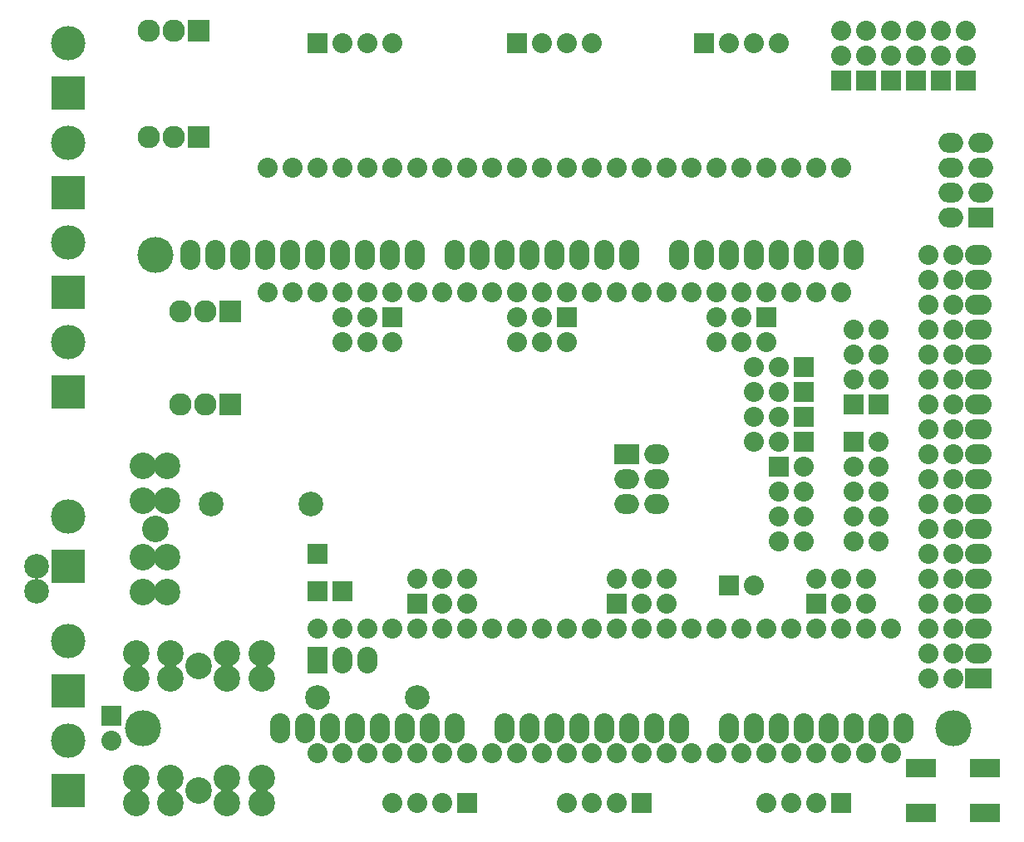
<source format=gbs>
G04 (created by PCBNEW-RS274X (2012-01-19 BZR 3256)-stable) date 25/06/2013 20:59:23*
G01*
G70*
G90*
%MOIN*%
G04 Gerber Fmt 3.4, Leading zero omitted, Abs format*
%FSLAX34Y34*%
G04 APERTURE LIST*
%ADD10C,0.006000*%
%ADD11C,0.080000*%
%ADD12R,0.080000X0.080000*%
%ADD13R,0.106600X0.080000*%
%ADD14O,0.106600X0.080000*%
%ADD15C,0.098700*%
%ADD16C,0.090000*%
%ADD17R,0.090000X0.090000*%
%ADD18O,0.080000X0.120000*%
%ADD19C,0.145000*%
%ADD20R,0.138100X0.138100*%
%ADD21C,0.138100*%
%ADD22C,0.106600*%
%ADD23R,0.080000X0.106600*%
%ADD24O,0.080000X0.106600*%
%ADD25R,0.098700X0.080000*%
%ADD26O,0.098700X0.080000*%
%ADD27R,0.118400X0.075000*%
G04 APERTURE END LIST*
G54D10*
G54D11*
X18900Y08000D03*
X17900Y08000D03*
X16900Y08000D03*
X15900Y08000D03*
X14900Y08000D03*
X13900Y08000D03*
X12900Y08000D03*
X11900Y08000D03*
X11900Y03000D03*
X12900Y03000D03*
X13900Y03000D03*
X14900Y03000D03*
X15900Y03000D03*
X16900Y03000D03*
X17900Y03000D03*
X18900Y03000D03*
X26900Y08000D03*
X25900Y08000D03*
X24900Y08000D03*
X23900Y08000D03*
X22900Y08000D03*
X21900Y08000D03*
X20900Y08000D03*
X19900Y08000D03*
X19900Y03000D03*
X20900Y03000D03*
X21900Y03000D03*
X22900Y03000D03*
X23900Y03000D03*
X24900Y03000D03*
X25900Y03000D03*
X26900Y03000D03*
X34900Y08000D03*
X33900Y08000D03*
X32900Y08000D03*
X31900Y08000D03*
X30900Y08000D03*
X29900Y08000D03*
X28900Y08000D03*
X27900Y08000D03*
X27900Y03000D03*
X28900Y03000D03*
X29900Y03000D03*
X30900Y03000D03*
X31900Y03000D03*
X32900Y03000D03*
X33900Y03000D03*
X34900Y03000D03*
X09900Y21500D03*
X10900Y21500D03*
X11900Y21500D03*
X12900Y21500D03*
X13900Y21500D03*
X14900Y21500D03*
X15900Y21500D03*
X16900Y21500D03*
X16900Y26500D03*
X15900Y26500D03*
X14900Y26500D03*
X13900Y26500D03*
X12900Y26500D03*
X11900Y26500D03*
X10900Y26500D03*
X09900Y26500D03*
X17900Y21500D03*
X18900Y21500D03*
X19900Y21500D03*
X20900Y21500D03*
X21900Y21500D03*
X22900Y21500D03*
X23900Y21500D03*
X24900Y21500D03*
X24900Y26500D03*
X23900Y26500D03*
X22900Y26500D03*
X21900Y26500D03*
X20900Y26500D03*
X19900Y26500D03*
X18900Y26500D03*
X17900Y26500D03*
G54D12*
X33400Y17000D03*
G54D11*
X33400Y18000D03*
X33400Y19000D03*
X33400Y20000D03*
G54D12*
X15900Y09000D03*
G54D11*
X15900Y10000D03*
X16900Y09000D03*
X16900Y10000D03*
X17900Y09000D03*
X17900Y10000D03*
G54D12*
X14900Y20500D03*
G54D11*
X14900Y19500D03*
X13900Y20500D03*
X13900Y19500D03*
X12900Y20500D03*
X12900Y19500D03*
G54D12*
X29900Y20500D03*
G54D11*
X29900Y19500D03*
X28900Y20500D03*
X28900Y19500D03*
X27900Y20500D03*
X27900Y19500D03*
G54D12*
X31900Y09000D03*
G54D11*
X31900Y10000D03*
X32900Y09000D03*
X32900Y10000D03*
X33900Y09000D03*
X33900Y10000D03*
G54D12*
X23900Y09000D03*
G54D11*
X23900Y10000D03*
X24900Y09000D03*
X24900Y10000D03*
X25900Y09000D03*
X25900Y10000D03*
G54D12*
X31400Y17500D03*
G54D11*
X30400Y17500D03*
X29400Y17500D03*
G54D12*
X32900Y30000D03*
G54D11*
X32900Y31000D03*
X32900Y32000D03*
G54D12*
X34900Y30000D03*
G54D11*
X34900Y31000D03*
X34900Y32000D03*
G54D12*
X35900Y30000D03*
G54D11*
X35900Y31000D03*
X35900Y32000D03*
G54D12*
X36900Y30000D03*
G54D11*
X36900Y31000D03*
X36900Y32000D03*
G54D12*
X37900Y30000D03*
G54D11*
X37900Y31000D03*
X37900Y32000D03*
G54D12*
X31400Y18500D03*
G54D11*
X30400Y18500D03*
X29400Y18500D03*
G54D12*
X33900Y30000D03*
G54D11*
X33900Y31000D03*
X33900Y32000D03*
G54D12*
X31400Y16500D03*
G54D11*
X30400Y16500D03*
X29400Y16500D03*
G54D12*
X31400Y15500D03*
G54D11*
X30400Y15500D03*
X29400Y15500D03*
G54D12*
X03650Y04500D03*
G54D11*
X03650Y03500D03*
G54D12*
X12900Y09500D03*
X11900Y11000D03*
X11900Y09500D03*
X33400Y15500D03*
G54D11*
X34400Y15500D03*
X33400Y14500D03*
X34400Y14500D03*
X33400Y13500D03*
X34400Y13500D03*
X33400Y12500D03*
X34400Y12500D03*
X33400Y11500D03*
X34400Y11500D03*
G54D12*
X30400Y14500D03*
G54D11*
X31400Y14500D03*
X30400Y13500D03*
X31400Y13500D03*
X30400Y12500D03*
X31400Y12500D03*
X30400Y11500D03*
X31400Y11500D03*
G54D12*
X34400Y17000D03*
G54D11*
X34400Y18000D03*
X34400Y19000D03*
X34400Y20000D03*
G54D13*
X38400Y06000D03*
G54D14*
X38400Y07000D03*
X38400Y08000D03*
X38400Y09000D03*
X38400Y10000D03*
X38400Y11000D03*
X38400Y12000D03*
X38400Y13000D03*
X38400Y14000D03*
X38400Y15000D03*
X38400Y16000D03*
X38400Y17000D03*
X38400Y18000D03*
X38400Y19000D03*
X38400Y20000D03*
X38400Y21000D03*
X38400Y22000D03*
X38400Y23000D03*
G54D15*
X07650Y13000D03*
X11650Y13000D03*
X11900Y05250D03*
X15900Y05250D03*
G54D16*
X07400Y17000D03*
X06400Y17000D03*
G54D17*
X08400Y17000D03*
G54D16*
X06150Y27750D03*
X05150Y27750D03*
G54D17*
X07150Y27750D03*
G54D16*
X07400Y20750D03*
X06400Y20750D03*
G54D17*
X08400Y20750D03*
G54D18*
X26400Y23000D03*
X27400Y23000D03*
X28400Y23000D03*
X29400Y23000D03*
X30400Y23000D03*
X31400Y23000D03*
X32400Y23000D03*
X33400Y23000D03*
X35400Y04000D03*
X34400Y04000D03*
X33400Y04000D03*
X32400Y04000D03*
X28400Y04000D03*
X26400Y04000D03*
X25400Y04000D03*
X29400Y04000D03*
X30400Y04000D03*
X31400Y04000D03*
X24400Y04000D03*
X23400Y04000D03*
X22400Y04000D03*
X19400Y04000D03*
X20400Y04000D03*
X21400Y04000D03*
X17400Y04000D03*
X16400Y04000D03*
X15400Y04000D03*
X13400Y04000D03*
X12400Y04000D03*
X24400Y23000D03*
X23400Y23000D03*
X22400Y23000D03*
X21400Y23000D03*
X20400Y23000D03*
X19400Y23000D03*
X18400Y23000D03*
X17400Y23000D03*
X15800Y23000D03*
X14800Y23000D03*
X13800Y23000D03*
X12800Y23000D03*
X11800Y23000D03*
X10800Y23000D03*
X09800Y23000D03*
X08800Y23000D03*
X14400Y04000D03*
G54D19*
X37400Y04000D03*
X05400Y23000D03*
X04900Y04000D03*
G54D11*
X36400Y22000D03*
X37400Y22000D03*
X36400Y21000D03*
X37400Y21000D03*
X36400Y20000D03*
X37400Y20000D03*
X36400Y19000D03*
X37400Y19000D03*
X36400Y23000D03*
X37400Y23000D03*
X37400Y18000D03*
X36400Y18000D03*
X36400Y17000D03*
X37400Y17000D03*
X36400Y16000D03*
X37400Y16000D03*
X36400Y15000D03*
X37400Y15000D03*
X36400Y14000D03*
X37400Y14000D03*
X36400Y13000D03*
X37400Y13000D03*
X36400Y12000D03*
X37400Y12000D03*
X36400Y11000D03*
X37400Y11000D03*
X36400Y10000D03*
X37400Y10000D03*
X36400Y09000D03*
X37400Y09000D03*
X36400Y08000D03*
X37400Y08000D03*
X36400Y07000D03*
X37400Y07000D03*
X36400Y06000D03*
X37400Y06000D03*
G54D18*
X07800Y23000D03*
X06800Y23000D03*
X11400Y04000D03*
X10400Y04000D03*
G54D16*
X06150Y32000D03*
X05150Y32000D03*
G54D17*
X07150Y32000D03*
G54D20*
X01900Y05500D03*
G54D21*
X01900Y07500D03*
G54D20*
X01900Y29500D03*
G54D21*
X01900Y31500D03*
G54D12*
X17900Y01000D03*
G54D11*
X16900Y01000D03*
X15900Y01000D03*
X14900Y01000D03*
G54D12*
X24900Y01000D03*
G54D11*
X23900Y01000D03*
X22900Y01000D03*
X21900Y01000D03*
G54D12*
X32900Y01000D03*
G54D11*
X31900Y01000D03*
X30900Y01000D03*
X29900Y01000D03*
G54D12*
X11900Y31500D03*
G54D11*
X12900Y31500D03*
X13900Y31500D03*
X14900Y31500D03*
G54D22*
X08292Y01992D03*
X06008Y01992D03*
X06008Y01008D03*
X04630Y01992D03*
X04630Y01008D03*
X08292Y01008D03*
X09670Y01008D03*
X09670Y01992D03*
X07150Y01500D03*
X08292Y06992D03*
X06008Y06992D03*
X06008Y06008D03*
X04630Y06992D03*
X04630Y06008D03*
X08292Y06008D03*
X09670Y06008D03*
X09670Y06992D03*
X07150Y06500D03*
X04908Y13142D03*
X04908Y10858D03*
X05892Y10858D03*
X04908Y09480D03*
X05892Y09480D03*
X05892Y13142D03*
X05892Y14520D03*
X04908Y14520D03*
X05400Y12000D03*
G54D23*
X11900Y06750D03*
G54D24*
X12900Y06750D03*
X13900Y06750D03*
G54D25*
X38498Y24500D03*
G54D26*
X37302Y24500D03*
X38498Y25500D03*
X37302Y25500D03*
X38498Y26500D03*
X37302Y26500D03*
X38498Y27500D03*
X37302Y27500D03*
G54D20*
X01900Y21500D03*
G54D21*
X01900Y23500D03*
G54D20*
X01900Y17500D03*
G54D21*
X01900Y19500D03*
G54D20*
X01900Y25500D03*
G54D21*
X01900Y27500D03*
G54D20*
X01900Y01500D03*
G54D21*
X01900Y03500D03*
G54D20*
X01900Y10500D03*
G54D21*
X01900Y12500D03*
G54D27*
X36121Y00614D03*
X36121Y02386D03*
X38680Y00614D03*
X38680Y02386D03*
G54D15*
X00650Y10492D03*
X00650Y09508D03*
G54D12*
X28400Y09750D03*
G54D11*
X29400Y09750D03*
G54D12*
X19900Y31500D03*
G54D11*
X20900Y31500D03*
X21900Y31500D03*
X22900Y31500D03*
G54D12*
X27400Y31500D03*
G54D11*
X28400Y31500D03*
X29400Y31500D03*
X30400Y31500D03*
X25900Y21500D03*
X26900Y21500D03*
X27900Y21500D03*
X28900Y21500D03*
X29900Y21500D03*
X30900Y21500D03*
X31900Y21500D03*
X32900Y21500D03*
X32900Y26500D03*
X31900Y26500D03*
X30900Y26500D03*
X29900Y26500D03*
X28900Y26500D03*
X27900Y26500D03*
X26900Y26500D03*
X25900Y26500D03*
G54D12*
X21900Y20500D03*
G54D11*
X21900Y19500D03*
X20900Y20500D03*
X20900Y19500D03*
X19900Y20500D03*
X19900Y19500D03*
G54D25*
X24302Y15000D03*
G54D26*
X25498Y15000D03*
X24302Y14000D03*
X25498Y14000D03*
X24302Y13000D03*
X25498Y13000D03*
M02*

</source>
